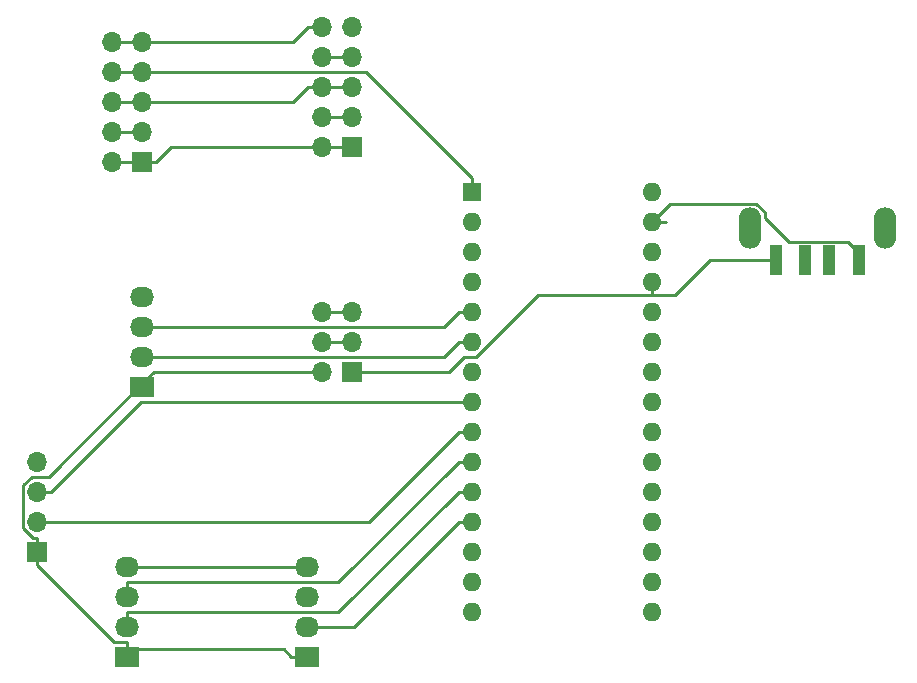
<source format=gbr>
%TF.GenerationSoftware,KiCad,Pcbnew,5.0.2-bee76a0~70~ubuntu14.04.1*%
%TF.CreationDate,2021-10-08T16:33:50+02:00*%
%TF.ProjectId,Literkarte Pong,4c697465-726b-4617-9274-6520506f6e67,rev?*%
%TF.SameCoordinates,Original*%
%TF.FileFunction,Copper,L1,Top*%
%TF.FilePolarity,Positive*%
%FSLAX46Y46*%
G04 Gerber Fmt 4.6, Leading zero omitted, Abs format (unit mm)*
G04 Created by KiCad (PCBNEW 5.0.2-bee76a0~70~ubuntu14.04.1) date Fr 08 Okt 2021 16:33:50 CEST*
%MOMM*%
%LPD*%
G01*
G04 APERTURE LIST*
%TA.AperFunction,ComponentPad*%
%ADD10O,1.900000X3.500000*%
%TD*%
%TA.AperFunction,SMDPad,CuDef*%
%ADD11R,1.100000X2.500000*%
%TD*%
%TA.AperFunction,ComponentPad*%
%ADD12O,2.030000X1.730000*%
%TD*%
%TA.AperFunction,ComponentPad*%
%ADD13R,2.030000X1.730000*%
%TD*%
%TA.AperFunction,ComponentPad*%
%ADD14O,1.700000X1.700000*%
%TD*%
%TA.AperFunction,ComponentPad*%
%ADD15R,1.700000X1.700000*%
%TD*%
%TA.AperFunction,ComponentPad*%
%ADD16O,1.600000X1.600000*%
%TD*%
%TA.AperFunction,ComponentPad*%
%ADD17R,1.600000X1.600000*%
%TD*%
%TA.AperFunction,Conductor*%
%ADD18C,0.250000*%
%TD*%
G04 APERTURE END LIST*
D10*
%TO.P,J8,5*%
%TO.N,Net-(J8-Pad5)*%
X198740000Y-108500000D03*
X187340000Y-108500000D03*
D11*
%TO.P,J8,4*%
%TO.N,GND*%
X196540000Y-111250000D03*
%TO.P,J8,1*%
%TO.N,VCC*%
X189540000Y-111250000D03*
%TO.P,J8,3*%
%TO.N,Net-(J8-Pad3)*%
X194040000Y-111250000D03*
%TO.P,J8,2*%
%TO.N,Net-(J8-Pad2)*%
X192040000Y-111250000D03*
%TD*%
D12*
%TO.P,J7,4*%
%TO.N,GND*%
X135890000Y-114300000D03*
%TO.P,J7,3*%
%TO.N,Net-(A1-Pad5)*%
X135890000Y-116840000D03*
%TO.P,J7,2*%
%TO.N,Net-(A1-Pad6)*%
X135890000Y-119380000D03*
D13*
%TO.P,J7,1*%
%TO.N,VCC*%
X135890000Y-121920000D03*
%TD*%
D14*
%TO.P,J6,10*%
%TO.N,VCC*%
X151130000Y-91440000D03*
%TO.P,J6,9*%
X153670000Y-91440000D03*
%TO.P,J6,8*%
%TO.N,Net-(A1-Pad2)*%
X151130000Y-93980000D03*
%TO.P,J6,7*%
X153670000Y-93980000D03*
%TO.P,J6,6*%
%TO.N,Net-(J3-Pad5)*%
X151130000Y-96520000D03*
%TO.P,J6,5*%
X153670000Y-96520000D03*
%TO.P,J6,4*%
%TO.N,Net-(J6-Pad3)*%
X151130000Y-99060000D03*
%TO.P,J6,3*%
X153670000Y-99060000D03*
%TO.P,J6,2*%
%TO.N,GND*%
X151130000Y-101600000D03*
D15*
%TO.P,J6,1*%
X153670000Y-101600000D03*
%TD*%
D14*
%TO.P,J5,6*%
%TO.N,GND*%
X151130000Y-115570000D03*
%TO.P,J5,5*%
X153670000Y-115570000D03*
%TO.P,J5,4*%
%TO.N,Net-(A1-Pad7)*%
X151130000Y-118110000D03*
%TO.P,J5,3*%
X153670000Y-118110000D03*
%TO.P,J5,2*%
%TO.N,VCC*%
X151130000Y-120650000D03*
D15*
%TO.P,J5,1*%
X153670000Y-120650000D03*
%TD*%
D14*
%TO.P,J4,4*%
%TO.N,GND*%
X127000000Y-128270000D03*
%TO.P,J4,3*%
%TO.N,Net-(A1-Pad8)*%
X127000000Y-130810000D03*
%TO.P,J4,2*%
%TO.N,Net-(A1-Pad9)*%
X127000000Y-133350000D03*
D15*
%TO.P,J4,1*%
%TO.N,VCC*%
X127000000Y-135890000D03*
%TD*%
D14*
%TO.P,J3,10*%
%TO.N,VCC*%
X133350000Y-92710000D03*
%TO.P,J3,9*%
X135890000Y-92710000D03*
%TO.P,J3,8*%
%TO.N,Net-(A1-Pad1)*%
X133350000Y-95250000D03*
%TO.P,J3,7*%
X135890000Y-95250000D03*
%TO.P,J3,6*%
%TO.N,Net-(J3-Pad5)*%
X133350000Y-97790000D03*
%TO.P,J3,5*%
X135890000Y-97790000D03*
%TO.P,J3,4*%
%TO.N,Net-(J3-Pad3)*%
X133350000Y-100330000D03*
%TO.P,J3,3*%
X135890000Y-100330000D03*
%TO.P,J3,2*%
%TO.N,GND*%
X133350000Y-102870000D03*
D15*
%TO.P,J3,1*%
X135890000Y-102870000D03*
%TD*%
D12*
%TO.P,J2,4*%
%TO.N,GND*%
X134620000Y-137160000D03*
%TO.P,J2,3*%
%TO.N,Net-(A1-Pad10)*%
X134620000Y-139700000D03*
%TO.P,J2,2*%
%TO.N,Net-(A1-Pad11)*%
X134620000Y-142240000D03*
D13*
%TO.P,J2,1*%
%TO.N,VCC*%
X134620000Y-144780000D03*
%TD*%
D12*
%TO.P,J1,4*%
%TO.N,GND*%
X149860000Y-137160000D03*
%TO.P,J1,3*%
%TO.N,Net-(A1-Pad13)*%
X149860000Y-139700000D03*
%TO.P,J1,2*%
%TO.N,Net-(A1-Pad12)*%
X149860000Y-142240000D03*
D13*
%TO.P,J1,1*%
%TO.N,VCC*%
X149860000Y-144780000D03*
%TD*%
D16*
%TO.P,A1,16*%
%TO.N,Net-(A1-Pad16)*%
X179070000Y-140970000D03*
%TO.P,A1,15*%
%TO.N,Net-(A1-Pad15)*%
X163830000Y-140970000D03*
%TO.P,A1,30*%
%TO.N,Net-(A1-Pad30)*%
X179070000Y-105410000D03*
%TO.P,A1,14*%
%TO.N,Net-(A1-Pad14)*%
X163830000Y-138430000D03*
%TO.P,A1,29*%
%TO.N,GND*%
X179070000Y-107950000D03*
%TO.P,A1,13*%
%TO.N,Net-(A1-Pad13)*%
X163830000Y-135890000D03*
%TO.P,A1,28*%
%TO.N,Net-(A1-Pad28)*%
X179070000Y-110490000D03*
%TO.P,A1,12*%
%TO.N,Net-(A1-Pad12)*%
X163830000Y-133350000D03*
%TO.P,A1,27*%
%TO.N,VCC*%
X179070000Y-113030000D03*
%TO.P,A1,11*%
%TO.N,Net-(A1-Pad11)*%
X163830000Y-130810000D03*
%TO.P,A1,26*%
%TO.N,Net-(A1-Pad26)*%
X179070000Y-115570000D03*
%TO.P,A1,10*%
%TO.N,Net-(A1-Pad10)*%
X163830000Y-128270000D03*
%TO.P,A1,25*%
%TO.N,Net-(A1-Pad25)*%
X179070000Y-118110000D03*
%TO.P,A1,9*%
%TO.N,Net-(A1-Pad9)*%
X163830000Y-125730000D03*
%TO.P,A1,24*%
%TO.N,Net-(A1-Pad24)*%
X179070000Y-120650000D03*
%TO.P,A1,8*%
%TO.N,Net-(A1-Pad8)*%
X163830000Y-123190000D03*
%TO.P,A1,23*%
%TO.N,Net-(A1-Pad23)*%
X179070000Y-123190000D03*
%TO.P,A1,7*%
%TO.N,Net-(A1-Pad7)*%
X163830000Y-120650000D03*
%TO.P,A1,22*%
%TO.N,Net-(A1-Pad22)*%
X179070000Y-125730000D03*
%TO.P,A1,6*%
%TO.N,Net-(A1-Pad6)*%
X163830000Y-118110000D03*
%TO.P,A1,21*%
%TO.N,Net-(A1-Pad21)*%
X179070000Y-128270000D03*
%TO.P,A1,5*%
%TO.N,Net-(A1-Pad5)*%
X163830000Y-115570000D03*
%TO.P,A1,20*%
%TO.N,Net-(A1-Pad20)*%
X179070000Y-130810000D03*
%TO.P,A1,4*%
%TO.N,Net-(A1-Pad4)*%
X163830000Y-113030000D03*
%TO.P,A1,19*%
%TO.N,Net-(A1-Pad19)*%
X179070000Y-133350000D03*
%TO.P,A1,3*%
%TO.N,Net-(A1-Pad3)*%
X163830000Y-110490000D03*
%TO.P,A1,18*%
%TO.N,Net-(A1-Pad18)*%
X179070000Y-135890000D03*
%TO.P,A1,2*%
%TO.N,Net-(A1-Pad2)*%
X163830000Y-107950000D03*
%TO.P,A1,17*%
%TO.N,Net-(A1-Pad17)*%
X179070000Y-138430000D03*
D17*
%TO.P,A1,1*%
%TO.N,Net-(A1-Pad1)*%
X163830000Y-105410000D03*
%TD*%
D18*
%TO.N,GND*%
X135890000Y-102870000D02*
X137065300Y-102870000D01*
X151130000Y-101600000D02*
X138335300Y-101600000D01*
X138335300Y-101600000D02*
X137065300Y-102870000D01*
X153670000Y-101600000D02*
X151130000Y-101600000D01*
X179070000Y-107950000D02*
X180195300Y-107950000D01*
X149860000Y-137160000D02*
X134620000Y-137160000D01*
X153670000Y-115570000D02*
X151130000Y-115570000D01*
X135890000Y-102870000D02*
X133350000Y-102870000D01*
X180595010Y-106424990D02*
X179070000Y-107950000D01*
X187868126Y-106424990D02*
X180595010Y-106424990D01*
X188615010Y-107670012D02*
X188615010Y-107171874D01*
X188615010Y-107171874D02*
X187868126Y-106424990D01*
X196540000Y-110550000D02*
X196540000Y-111250000D01*
X195664700Y-109674700D02*
X196839699Y-110849699D01*
X190619698Y-109674700D02*
X195664700Y-109674700D01*
X189230000Y-108285002D02*
X190319999Y-109375001D01*
X190619698Y-109674700D02*
X189230000Y-108285002D01*
X189230000Y-108285002D02*
X188615010Y-107670012D01*
%TO.N,Net-(A1-Pad12)*%
X163830000Y-133350000D02*
X162704700Y-133350000D01*
X162704700Y-133350000D02*
X153814700Y-142240000D01*
X153814700Y-142240000D02*
X149860000Y-142240000D01*
%TO.N,VCC*%
X151130000Y-120650000D02*
X136862400Y-120650000D01*
X136862400Y-120650000D02*
X135890000Y-121622400D01*
X127000000Y-135890000D02*
X127000000Y-134714700D01*
X135890000Y-121622400D02*
X127972400Y-129540000D01*
X127972400Y-129540000D02*
X126559100Y-129540000D01*
X126559100Y-129540000D02*
X125824700Y-130274400D01*
X125824700Y-130274400D02*
X125824700Y-133906800D01*
X125824700Y-133906800D02*
X126632600Y-134714700D01*
X126632600Y-134714700D02*
X127000000Y-134714700D01*
X135890000Y-121920000D02*
X135890000Y-121622400D01*
X149860000Y-144780000D02*
X148519700Y-144780000D01*
X134620000Y-144184800D02*
X147924500Y-144184800D01*
X147924500Y-144184800D02*
X148519700Y-144780000D01*
X134620000Y-144184800D02*
X134620000Y-143589700D01*
X134620000Y-144780000D02*
X134620000Y-144184800D01*
X127000000Y-135890000D02*
X127000000Y-137065300D01*
X127000000Y-137065300D02*
X133524400Y-143589700D01*
X133524400Y-143589700D02*
X134620000Y-143589700D01*
X153670000Y-120650000D02*
X161885400Y-120650000D01*
X161885400Y-120650000D02*
X163155400Y-119380000D01*
X163155400Y-119380000D02*
X164167800Y-119380000D01*
X164167800Y-119380000D02*
X169392500Y-114155300D01*
X169392500Y-114155300D02*
X179070000Y-114155300D01*
X151130000Y-91440000D02*
X149954700Y-91440000D01*
X135890000Y-92710000D02*
X148684700Y-92710000D01*
X148684700Y-92710000D02*
X149954700Y-91440000D01*
X133350000Y-92710000D02*
X135890000Y-92710000D01*
X179070000Y-113030000D02*
X179070000Y-114155300D01*
X183944500Y-111250000D02*
X189540000Y-111250000D01*
X181039200Y-114155300D02*
X183944500Y-111250000D01*
X179070000Y-114155300D02*
X181039200Y-114155300D01*
%TO.N,Net-(A1-Pad11)*%
X162704700Y-130810000D02*
X152465000Y-141049700D01*
X152465000Y-141049700D02*
X134620000Y-141049700D01*
X134620000Y-142240000D02*
X134620000Y-141049700D01*
X163830000Y-130810000D02*
X162704700Y-130810000D01*
%TO.N,Net-(A1-Pad10)*%
X134620000Y-139700000D02*
X134620000Y-138509700D01*
X163830000Y-128270000D02*
X162704700Y-128270000D01*
X162704700Y-128270000D02*
X152465000Y-138509700D01*
X152465000Y-138509700D02*
X134620000Y-138509700D01*
%TO.N,Net-(A1-Pad9)*%
X162704700Y-125730000D02*
X155084700Y-133350000D01*
X155084700Y-133350000D02*
X127000000Y-133350000D01*
X163830000Y-125730000D02*
X162704700Y-125730000D01*
%TO.N,Net-(A1-Pad8)*%
X127000000Y-130810000D02*
X128175300Y-130810000D01*
X163830000Y-123190000D02*
X135795300Y-123190000D01*
X135795300Y-123190000D02*
X128175300Y-130810000D01*
%TO.N,Net-(A1-Pad7)*%
X153670000Y-118110000D02*
X151130000Y-118110000D01*
%TO.N,Net-(A1-Pad6)*%
X163830000Y-118110000D02*
X162704700Y-118110000D01*
X162704700Y-118110000D02*
X161434700Y-119380000D01*
X161434700Y-119380000D02*
X135890000Y-119380000D01*
%TO.N,Net-(A1-Pad5)*%
X163830000Y-115570000D02*
X162704700Y-115570000D01*
X162704700Y-115570000D02*
X161434700Y-116840000D01*
X161434700Y-116840000D02*
X135890000Y-116840000D01*
%TO.N,Net-(A1-Pad2)*%
X153670000Y-93980000D02*
X151130000Y-93980000D01*
%TO.N,Net-(A1-Pad1)*%
X135890000Y-95250000D02*
X133350000Y-95250000D01*
X163830000Y-104284700D02*
X154795300Y-95250000D01*
X154795300Y-95250000D02*
X135890000Y-95250000D01*
X163830000Y-105410000D02*
X163830000Y-104284700D01*
%TO.N,Net-(J3-Pad5)*%
X153670000Y-96520000D02*
X151130000Y-96520000D01*
X151130000Y-96520000D02*
X149954700Y-96520000D01*
X135890000Y-97790000D02*
X148684700Y-97790000D01*
X148684700Y-97790000D02*
X149954700Y-96520000D01*
X133350000Y-97790000D02*
X135890000Y-97790000D01*
%TO.N,Net-(J3-Pad3)*%
X135890000Y-100330000D02*
X133350000Y-100330000D01*
%TO.N,Net-(J6-Pad3)*%
X153670000Y-99060000D02*
X151130000Y-99060000D01*
%TD*%
M02*

</source>
